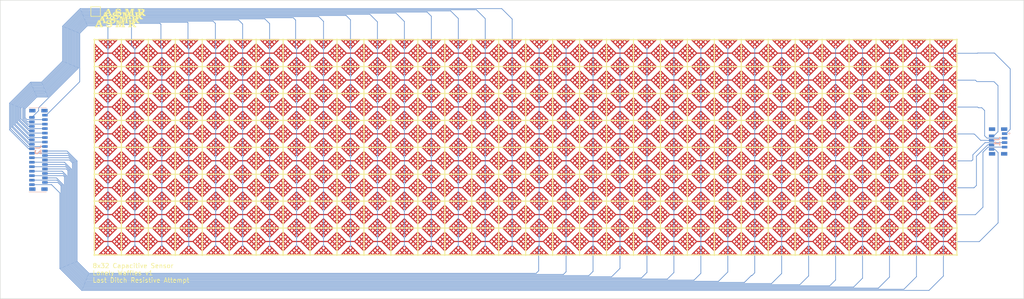
<source format=kicad_pcb>
(kicad_pcb (version 20211014) (generator pcbnew)
  (layers (0 "F.Cu" signal) (31 "B.Cu" signal) (34 "B.Paste" user) (35 "F.Paste" user) (36 "B.SilkS" user "B.Silkscreen") (37 "F.SilkS" user "F.Silkscreen") (38 "B.Mask" user) (39 "F.Mask" user) (44 "Edge.Cuts" user))
  (net 0 "")
  (net 1 "Net-(J1-Pad1)")
  (net 2 "Net-(J1-Pad2)")
  (net 3 "Net-(J1-Pad3)")
  (net 4 "Net-(J1-Pad4)")
  (net 5 "Net-(J1-Pad5)")
  (net 6 "Net-(J1-Pad6)")
  (net 7 "Net-(J1-Pad7)")
  (net 8 "Net-(J1-Pad8)")
  (net 9 "Net-(J2-Pad1)")
  (net 10 "Net-(J2-Pad2)")
  (net 11 "Net-(J2-Pad3)")
  (net 12 "Net-(J2-Pad4)")
  (net 13 "Net-(J2-Pad5)")
  (net 14 "Net-(J2-Pad6)")
  (net 15 "Net-(J2-Pad7)")
  (net 16 "Net-(J2-Pad8)")
  (net 17 "Net-(J2-Pad9)")
  (net 18 "Net-(J2-Pad10)")
  (net 19 "Net-(J2-Pad11)")
  (net 20 "Net-(J2-Pad12)")
  (net 21 "Net-(J2-Pad13)")
  (net 22 "Net-(J2-Pad14)")
  (net 23 "Net-(J2-Pad15)")
  (net 24 "Net-(J2-Pad16)")
  (net 25 "Net-(J2-Pad17)")
  (net 26 "Net-(J2-Pad18)")
  (net 27 "Net-(J2-Pad19)")
  (net 28 "Net-(J2-Pad20)")
  (net 29 "Net-(J2-Pad21)")
  (net 30 "Net-(J2-Pad22)")
  (net 31 "Net-(J2-Pad23)")
  (net 32 "Net-(J2-Pad24)")
  (net 33 "Net-(J2-Pad25)")
  (net 34 "Net-(J2-Pad26)")
  (net 35 "Net-(J2-Pad27)")
  (net 36 "Net-(J2-Pad28)")
  (net 37 "Net-(J2-Pad29)")
  (net 38 "Net-(J2-Pad30)")
  (net 39 "Net-(J2-Pad31)")
  (net 40 "Net-(J2-Pad32)")
  (footprint "ASMR_footprints:SilkScreen_asmrrrrrrrrr" (layer "F.Cu") (at 68.4 51)
    (fp_text reference "G***" hide)
    (fp_text value "LOGO" hide)
  )
  (footprint "ASMR_footprints:captouch_8x32_diamond_loose" (layer "F.Cu") (at 63.025 55.675)
    (fp_text reference "U1" hide)
    (fp_text value "captouch_8x32_grid" hide)
  )
  (footprint "ASMR_footprints:Conn_FFC_1x32_0.5mm_Molex_5019513210" (layer "B.Cu") (at 50.675 80.375 -90)
    (fp_text reference "J2")
    (fp_text value "Conn_01x32_Male" hide)
  )
  (footprint "ASMR_footprints:Conn_FFC_1x8_0.5mm_Molex_5019510830" (layer "B.Cu") (at 264.325 78.5 -90)
    (fp_text reference "J1")
    (fp_text value "Conn_01x08_Male" hide)
  )
  (gr_rect (start 42.175 47) (end 270.05 113.55) (layer "Edge.Cuts") (width 0.1) (fill none))
  (gr_text "8x32 Capacitive Sensor\nLonely Waffles v1\nLast Ditch Resistive Attempt" (at 62.675 107.825) (layer "F.SilkS") (effects (font (size 1 1)) (justify left)))
  (via (at 255.075 58.825) (size 0.4) (drill 0.2) (layers "F.Cu" "B.Cu") (net 1))
  (segment (start 266.075 76.75) (end 267.025 75.8) (width 0.127) (layer "B.Cu") (net 1))
  (segment (start 267.025 62.3) (end 263.5 58.775) (width 0.127) (layer "B.Cu") (net 1))
  (segment (start 259.775 58.775) (end 263.5 58.775) (width 0.127) (layer "B.Cu") (net 1))
  (segment (start 265.775 76.75) (end 266.075 76.75) (width 0.127) (layer "B.Cu") (net 1))
  (segment (start 259.725 58.825) (end 259.775 58.775) (width 0.127) (layer "B.Cu") (net 1))
  (segment (start 255.075 58.825) (end 259.725 58.825) (width 0.127) (layer "B.Cu") (net 1))
  (segment (start 267.025 75.8) (end 267.025 62.3) (width 0.127) (layer "B.Cu") (net 1))
  (via (at 255.075 64.825) (size 0.4) (drill 0.2) (layers "F.Cu" "B.Cu") (net 2))
  (segment (start 262.875 77.25) (end 263.375 77.25) (width 0.127) (layer "B.Cu") (net 2))
  (segment (start 259.275 64.825) (end 259.6 65.15) (width 0.127) (layer "B.Cu") (net 2))
  (segment (start 264.3 76.325) (end 264.3 66.05) (width 0.127) (layer "B.Cu") (net 2))
  (segment (start 255.075 64.825) (end 259.275 64.825) (width 0.127) (layer "B.Cu") (net 2))
  (segment (start 263.4 65.15) (end 259.6 65.15) (width 0.127) (layer "B.Cu") (net 2))
  (segment (start 263.375 77.25) (end 264.3 76.325) (width 0.127) (layer "B.Cu") (net 2))
  (segment (start 264.3 66.05) (end 263.4 65.15) (width 0.127) (layer "B.Cu") (net 2))
  (via (at 255.075 70.825) (size 0.4) (drill 0.2) (layers "F.Cu" "B.Cu") (net 3))
  (segment (start 265.775 77.75) (end 261.85 77.75) (width 0.127) (layer "B.Cu") (net 3))
  (segment (start 255.075 70.825) (end 259.8 70.825) (width 0.127) (layer "B.Cu") (net 3))
  (segment (start 261.325 71.6) (end 260.7 70.975) (width 0.127) (layer "B.Cu") (net 3))
  (segment (start 261.85 77.75) (end 261.325 77.225) (width 0.127) (layer "B.Cu") (net 3))
  (segment (start 259.8 70.825) (end 259.95 70.975) (width 0.127) (layer "B.Cu") (net 3))
  (segment (start 261.325 77.225) (end 261.325 71.6) (width 0.127) (layer "B.Cu") (net 3))
  (segment (start 260.7 70.975) (end 259.95 70.975) (width 0.127) (layer "B.Cu") (net 3))
  (via (at 255.075 76.825) (size 0.4) (drill 0.2) (layers "F.Cu" "B.Cu") (net 4))
  (segment (start 258.875 76.825) (end 258.9 76.85) (width 0.127) (layer "B.Cu") (net 4))
  (segment (start 262.875 78.25) (end 260.45 78.25) (width 0.127) (layer "B.Cu") (net 4))
  (segment (start 260.45 78.25) (end 259.05 76.85) (width 0.127) (layer "B.Cu") (net 4))
  (segment (start 255.075 76.825) (end 258.875 76.825) (width 0.127) (layer "B.Cu") (net 4))
  (segment (start 259.05 76.85) (end 258.9 76.85) (width 0.127) (layer "B.Cu") (net 4))
  (via (at 255.075 82.825) (size 0.4) (drill 0.2) (layers "F.Cu" "B.Cu") (net 5))
  (segment (start 258.45 82.825) (end 258.7 82.575) (width 0.127) (layer "B.Cu") (net 5))
  (segment (start 258.7 81.475) (end 261.425 78.75) (width 0.127) (layer "B.Cu") (net 5))
  (segment (start 255.075 82.825) (end 258.45 82.825) (width 0.127) (layer "B.Cu") (net 5))
  (segment (start 258.7 82.575) (end 258.7 81.475) (width 0.127) (layer "B.Cu") (net 5))
  (segment (start 261.425 78.75) (end 265.775 78.75) (width 0.127) (layer "B.Cu") (net 5))
  (via (at 255.075 88.825) (size 0.4) (drill 0.2) (layers "F.Cu" "B.Cu") (net 6))
  (segment (start 262.025 79.25) (end 262.875 79.25) (width 0.127) (layer "B.Cu") (net 6))
  (segment (start 259.5 81.775) (end 262.025 79.25) (width 0.127) (layer "B.Cu") (net 6))
  (segment (start 259.5 88.3) (end 259.5 81.775) (width 0.127) (layer "B.Cu") (net 6))
  (segment (start 255.075 88.825) (end 258.975 88.825) (width 0.127) (layer "B.Cu") (net 6))
  (segment (start 258.975 88.825) (end 259.5 88.3) (width 0.127) (layer "B.Cu") (net 6))
  (via (at 255.075 94.825) (size 0.4) (drill 0.2) (layers "F.Cu" "B.Cu") (net 7))
  (segment (start 255.075 94.825) (end 259.275 94.825) (width 0.127) (layer "B.Cu") (net 7))
  (segment (start 260.95 80.894) (end 262.094 79.75) (width 0.127) (layer "B.Cu") (net 7))
  (segment (start 260.95 93.15) (end 260.95 80.894) (width 0.127) (layer "B.Cu") (net 7))
  (segment (start 259.275 94.825) (end 260.95 93.15) (width 0.127) (layer "B.Cu") (net 7))
  (segment (start 262.094 79.75) (end 265.775 79.75) (width 0.127) (layer "B.Cu") (net 7))
  (via (at 255.075 100.825) (size 0.4) (drill 0.2) (layers "F.Cu" "B.Cu") (net 8))
  (segment (start 260.15 100.825) (end 264.325 96.65) (width 0.127) (layer "B.Cu") (net 8))
  (segment (start 264.325 80.973) (end 263.602 80.25) (width 0.127) (layer "B.Cu") (net 8))
  (segment (start 264.325 96.65) (end 264.325 80.973) (width 0.127) (layer "B.Cu") (net 8))
  (segment (start 263.602 80.25) (end 262.875 80.25) (width 0.127) (layer "B.Cu") (net 8))
  (segment (start 255.075 100.825) (end 260.15 100.825) (width 0.127) (layer "B.Cu") (net 8))
  (via (at 66.15 101.775) (size 0.4) (drill 0.2) (layers "F.Cu" "B.Cu") (net 9))
  (via (at 66.15 93.825) (size 0.4) (drill 0.2) (layers "F.Cu" "B.Cu") (net 9))
  (via (at 66.15 87.825) (size 0.4) (drill 0.2) (layers "F.Cu" "B.Cu") (net 9))
  (via (at 66.15 63.825) (size 0.4) (drill 0.2) (layers "F.Cu" "B.Cu") (net 9))
  (via (at 66.15 57.825) (size 0.4) (drill 0.2) (layers "F.Cu" "B.Cu") (net 9))
  (via (at 66.15 75.825) (size 0.4) (drill 0.2) (layers "F.Cu" "B.Cu") (net 9))
  (via (at 66.15 69.825) (size 0.4) (drill 0.2) (layers "F.Cu" "B.Cu") (net 9))
  (via (at 66.15 81.825) (size 0.4) (drill 0.2) (layers "F.Cu" "B.Cu") (net 9))
  (via (at 66.15 99.825) (size 0.4) (drill 0.2) (layers "F.Cu" "B.Cu") (net 9))
  (segment (start 59.875 65.175) (end 59.875 54.375) (width 0.127) (layer "B.Cu") (net 9))
  (segment (start 66.15 57.825) (end 66.15 101.775) (width 0.127) (layer "B.Cu") (net 9))
  (segment (start 59.875 54.375) (end 61.55 52.7) (width 0.127) (layer "B.Cu") (net 9))
  (segment (start 66.15 57.825) (end 66.15 52.875) (width 0.127) (layer "B.Cu") (net 9))
  (segment (start 52.425 72.625) (end 59.875 65.175) (width 0.127) (layer "B.Cu") (net 9))
  (segment (start 61.55 52.7) (end 65.975 52.7) (width 0.127) (layer "B.Cu") (net 9))
  (segment (start 66.15 52.875) (end 65.975 52.7) (width 0.127) (layer "B.Cu") (net 9))
  (segment (start 52.125 72.625) (end 52.425 72.625) (width 0.127) (layer "B.Cu") (net 9))
  (via (at 72.15 75.825) (size 0.4) (drill 0.2) (layers "F.Cu" "B.Cu") (net 10))
  (via (at 72.15 63.825) (size 0.4) (drill 0.2) (layers "F.Cu" "B.Cu") (net 10))
  (via (at 72.15 81.825) (size 0.4) (drill 0.2) (layers "F.Cu" "B.Cu") (net 10))
  (via (at 72.15 93.825) (size 0.4) (drill 0.2) (layers "F.Cu" "B.Cu") (net 10))
  (via (at 72.15 87.825) (size 0.4) (drill 0.2) (layers "F.Cu" "B.Cu") (net 10))
  (via (at 72.15 57.825) (size 0.4) (drill 0.2) (layers "F.Cu" "B.Cu") (net 10))
  (via (at 72.15 69.825) (size 0.4) (drill 0.2) (layers "F.Cu" "B.Cu") (net 10))
  (via (at 72.15 101.775) (size 0.4) (drill 0.2) (layers "F.Cu" "B.Cu") (net 10))
  (via (at 72.15 99.825) (size 0.4) (drill 0.2) (layers "F.Cu" "B.Cu") (net 10))
  (segment (start 71.4 57.075) (end 72.15 57.825) (width 0.127) (layer "B.Cu") (net 10))
  (segment (start 50.725 70.975) (end 59.621 62.079) (width 0.127) (layer "B.Cu") (net 10))
  (segment (start 50.725 71.625) (end 50.725 70.975) (width 0.127) (layer "B.Cu") (net 10))
  (segment (start 59.621 54.26979) (end 61.46579 52.425) (width 0.127) (layer "B.Cu") (net 10))
  (segment (start 49.225 73.125) (end 50.725 71.625) (width 0.127) (layer "B.Cu") (net 10))
  (segment (start 61.46579 52.425) (end 71.4 52.425) (width 0.127) (layer "B.Cu") (net 10))
  (segment (start 72.15 57.825) (end 72.15 101.775) (width 0.127) (layer "B.Cu") (net 10))
  (segment (start 59.621 62.079) (end 59.621 54.26979) (width 0.127) (layer "B.Cu") (net 10))
  (segment (start 71.4 52.425) (end 71.4 57.075) (width 0.127) (layer "B.Cu") (net 10))
  (via (at 78.15 69.825) (size 0.4) (drill 0.2) (layers "F.Cu" "B.Cu") (net 11))
  (via (at 78.15 93.825) (size 0.4) (drill 0.2) (layers "F.Cu" "B.Cu") (net 11))
  (via (at 78.15 57.825) (size 0.4) (drill 0.2) (layers "F.Cu" "B.Cu") (net 11))
  (via (at 78.15 101.775) (size 0.4) (drill 0.2) (layers "F.Cu" "B.Cu") (net 11))
  (via (at 78.15 99.825) (size 0.4) (drill 0.2) (layers "F.Cu" "B.Cu") (net 11))
  (via (at 78.15 63.825) (size 0.4) (drill 0.2) (layers "F.Cu" "B.Cu") (net 11))
  (via (at 78.15 87.825) (size 0.4) (drill 0.2) (layers "F.Cu" "B.Cu") (net 11))
  (via (at 78.15 75.825) (size 0.4) (drill 0.2) (layers "F.Cu" "B.Cu") (net 11))
  (via (at 78.15 81.825) (size 0.4) (drill 0.2) (layers "F.Cu" "B.Cu") (net 11))
  (segment (start 52.76579 68.575) (end 59.367 61.97379) (width 0.127) (layer "B.Cu") (net 11))
  (segment (start 78.15 57.825) (end 78.15 101.775) (width 0.127) (layer "B.Cu") (net 11))
  (segment (start 59.367 61.97379) (end 59.367 54.16458) (width 0.127) (layer "B.Cu") (net 11))
  (segment (start 48.1 73.625) (end 47.7 73.225) (width 0.127) (layer "B.Cu") (net 11))
  (segment (start 77.95 52.375) (end 77.95 57.625) (width 0.127) (layer "B.Cu") (net 11))
  (segment (start 77.746 52.171) (end 77.95 52.375) (width 0.127) (layer "B.Cu") (net 11))
  (segment (start 59.367 54.16458) (end 61.36058 52.171) (width 0.127) (layer "B.Cu") (net 11))
  (segment (start 52.125 73.625) (end 48.1 73.625) (width 0.127) (layer "B.Cu") (net 11))
  (segment (start 50.325 68.575) (end 52.76579 68.575) (width 0.127) (layer "B.Cu") (net 11))
  (segment (start 77.95 57.625) (end 78.15 57.825) (width 0.127) (layer "B.Cu") (net 11))
  (segment (start 47.7 73.225) (end 47.7 71.2) (width 0.127) (layer "B.Cu") (net 11))
  (segment (start 47.7 71.2) (end 50.325 68.575) (width 0.127) (layer "B.Cu") (net 11))
  (segment (start 61.36058 52.171) (end 77.746 52.171) (width 0.127) (layer "B.Cu") (net 11))
  (via (at 84.15 101.775) (size 0.4) (drill 0.2) (layers "F.Cu" "B.Cu") (net 12))
  (via (at 84.15 99.825) (size 0.4) (drill 0.2) (layers "F.Cu" "B.Cu") (net 12))
  (via (at 84.15 75.825) (size 0.4) (drill 0.2) (layers "F.Cu" "B.Cu") (net 12))
  (via (at 84.15 57.825) (size 0.4) (drill 0.2) (layers "F.Cu" "B.Cu") (net 12))
  (via (at 84.15 87.825) (size 0.4) (drill 0.2) (layers "F.Cu" "B.Cu") (net 12))
  (via (at 84.15 69.825) (size 0.4) (drill 0.2) (layers "F.Cu" "B.Cu") (net 12))
  (via (at 84.15 63.825) (size 0.4) (drill 0.2) (layers "F.Cu" "B.Cu") (net 12))
  (via (at 84.15 81.825) (size 0.4) (drill 0.2) (layers "F.Cu" "B.Cu") (net 12))
  (via (at 84.15 93.825) (size 0.4) (drill 0.2) (layers "F.Cu" "B.Cu") (net 12))
  (segment (start 52.66058 68.321) (end 59.113 61.86858) (width 0.127) (layer "B.Cu") (net 12))
  (segment (start 84.15 57.825) (end 84.15 101.775) (width 0.127) (layer "B.Cu") (net 12))
  (segment (start 59.113 54.05937) (end 61.25537 51.917) (width 0.127) (layer "B.Cu") (net 12))
  (segment (start 61.25537 51.917) (end 83.892 51.917) (width 0.127) (layer "B.Cu") (net 12))
  (segment (start 59.113 61.86858) (end 59.113 54.05937) (width 0.127) (layer "B.Cu") (net 12))
  (segment (start 83.975 57.65) (end 84.15 57.825) (width 0.127) (layer "B.Cu") (net 12))
  (segment (start 48.2 74.125) (end 47.446 73.371) (width 0.127) (layer "B.Cu") (net 12))
  (segment (start 83.892 51.917) (end 83.975 52) (width 0.127) (layer "B.Cu") (net 12))
  (segment (start 83.975 52) (end 83.975 57.65) (width 0.127) (layer "B.Cu") (net 12))
  (segment (start 50.21979 68.321) (end 52.66058 68.321) (width 0.127) (layer "B.Cu") (net 12))
  (segment (start 47.446 73.371) (end 47.446 71.09479) (width 0.127) (layer "B.Cu") (net 12))
  (segment (start 47.446 71.09479) (end 50.21979 68.321) (width 0.127) (layer "B.Cu") (net 12))
  (segment (start 49.225 74.125) (end 48.2 74.125) (width 0.127) (layer "B.Cu") (net 12))
  (via (at 90.15 99.825) (size 0.4) (drill 0.2) (layers "F.Cu" "B.Cu") (net 13))
  (via (at 90.15 87.825) (size 0.4) (drill 0.2) (layers "F.Cu" "B.Cu") (net 13))
  (via (at 90.15 63.825) (size 0.4) (drill 0.2) (layers "F.Cu" "B.Cu") (net 13))
  (via (at 90.15 69.825) (size 0.4) (drill 0.2) (layers "F.Cu" "B.Cu") (net 13))
  (via (at 90.15 57.825) (size 0.4) (drill 0.2) (layers "F.Cu" "B.Cu") (net 13))
  (via (at 90.15 101.775) (size 0.4) (drill 0.2) (layers "F.Cu" "B.Cu") (net 13))
  (via (at 90.15 81.825) (size 0.4) (drill 0.2) (layers "F.Cu" "B.Cu") (net 13))
  (via (at 90.15 75.825) (size 0.4) (drill 0.2) (layers "F.Cu" "B.Cu") (net 13))
  (via (at 90.15 93.825) (size 0.4) (drill 0.2) (layers "F.Cu" "B.Cu") (net 13))
  (segment (start 90.075 52.175) (end 90.075 57.75) (width 0.127) (layer "B.Cu") (net 13))
  (segment (start 47.192 70.98958) (end 50.11458 68.067) (width 0.127) (layer "B.Cu") (net 13))
  (segment (start 52.55537 68.067) (end 58.859 61.76337) (width 0.127) (layer "B.Cu") (net 13))
  (segment (start 48.3 74.625) (end 47.192 73.517) (width 0.127) (layer "B.Cu") (net 13))
  (segment (start 61.15016 51.663) (end 89.563 51.663) (width 0.127) (layer "B.Cu") (net 13))
  (segment (start 58.859 61.76337) (end 58.859 53.95416) (width 0.127) (layer "B.Cu") (net 13))
  (segment (start 52.125 74.625) (end 48.3 74.625) (width 0.127) (layer "B.Cu") (net 13))
  (segment (start 89.563 51.663) (end 90.075 52.175) (width 0.127) (layer "B.Cu") (net 13))
  (segment (start 58.859 53.95416) (end 61.15016 51.663) (width 0.127) (layer "B.Cu") (net 13))
  (segment (start 47.192 73.517) (end 47.192 70.98958) (width 0.127) (layer "B.Cu") (net 13))
  (segment (start 50.11458 68.067) (end 52.55537 68.067) (width 0.127) (layer "B.Cu") (net 13))
  (segment (start 90.15 57.825) (end 90.15 101.775) (width 0.127) (layer "B.Cu") (net 13))
  (segment (start 90.075 57.75) (end 90.15 57.825) (width 0.127) (layer "B.Cu") (net 13))
  (via (at 96.15 57.825) (size 0.4) (drill 0.2) (layers "F.Cu" "B.Cu") (net 14))
  (via (at 96.15 75.825) (size 0.4) (drill 0.2) (layers "F.Cu" "B.Cu") (net 14))
  (via (at 96.15 87.825) (size 0.4) (drill 0.2) (layers "F.Cu" "B.Cu") (net 14))
  (via (at 96.15 99.825) (size 0.4) (drill 0.2) (layers "F.Cu" "B.Cu") (net 14))
  (via (at 96.15 63.825) (size 0.4) (drill 0.2) (layers "F.Cu" "B.Cu") (net 14))
  (via (at 96.15 81.825) (size 0.4) (drill 0.2) (layers "F.Cu" "B.Cu") (net 14))
  (via (at 96.15 101.775) (size 0.4) (drill 0.2) (layers "F.Cu" "B.Cu") (net 14))
  (via (at 96.15 69.825) (size 0.4) (drill 0.2) (layers "F.Cu" "B.Cu") (net 14))
  (via (at 96.15 93.825) (size 0.4) (drill 0.2) (layers "F.Cu" "B.Cu") (net 14))
  (segment (start 61.04495 51.409) (end 58.605 53.84895) (width 0.127) (layer "B.Cu") (net 14))
  (segment (start 95.234 51.409) (end 61.04495 51.409) (width 0.127) (layer "B.Cu") (net 14))
  (segment (start 96.15 57.825) (end 96.15 52.325) (width 0.127) (layer "B.Cu") (net 14))
  (segment (start 46.8 73.48421) (end 48.44079 75.125) (width 0.127) (layer "B.Cu") (net 14))
  (segment (start 48.44079 75.125) (end 49.225 75.125) (width 0.127) (layer "B.Cu") (net 14))
  (segment (start 50.00937 67.813) (end 46.8 71.02237) (width 0.127) (layer "B.Cu") (net 14))
  (segment (start 46.8 71.02237) (end 46.8 73.48421) (width 0.127) (layer "B.Cu") (net 14))
  (segment (start 96.15 52.325) (end 95.234 51.409) (width 0.127) (layer "B.Cu") (net 14))
  (segment (start 58.605 61.65816) (end 52.45016 67.813) (width 0.127) (layer "B.Cu") (net 14))
  (segment (start 52.45016 67.813) (end 50.00937 67.813) (width 0.127) (layer "B.Cu") (net 14))
  (segment (start 58.605 53.84895) (end 58.605 61.65816) (width 0.127) (layer "B.Cu") (net 14))
  (segment (start 96.15 57.825) (end 96.15 101.775) (width 0.127) (layer "B.Cu") (net 14))
  (via (at 102.15 101.775) (size 0.4) (drill 0.2) (layers "F.Cu" "B.Cu") (net 15))
  (via (at 102.15 93.825) (size 0.4) (drill 0.2) (layers "F.Cu" "B.Cu") (net 15))
  (via (at 102.15 63.825) (size 0.4) (drill 0.2) (layers "F.Cu" "B.Cu") (net 15))
  (via (at 102.15 81.825) (size 0.4) (drill 0.2) (layers "F.Cu" "B.Cu") (net 15))
  (via (at 102.15 69.825) (size 0.4) (drill 0.2) (layers "F.Cu" "B.Cu") (net 15))
  (via (at 102.15 75.825) (size 0.4) (drill 0.2) (layers "F.Cu" "B.Cu") (net 15))
  (via (at 102.15 87.825) (size 0.4) (drill 0.2) (layers "F.Cu" "B.Cu") (net 15))
  (via (at 102.15 57.825) (size 0.4) (drill 0.2) (layers "F.Cu" "B.Cu") (net 15))
  (via (at 102.15 99.825) (size 0.4) (drill 0.2) (layers "F.Cu" "B.Cu") (net 15))
  (segment (start 102.15 52.225) (end 102.15 57.825) (width 0.127) (layer "B.Cu") (net 15))
  (segment (start 101.08 51.155) (end 102.15 52.225) (width 0.127) (layer "B.Cu") (net 15))
  (segment (start 58.351 61.55295) (end 58.351 53.74374) (width 0.127) (layer "B.Cu") (net 15))
  (segment (start 46.546 70.91716) (end 49.90416 67.559) (width 0.127) (layer "B.Cu") (net 15))
  (segment (start 52.125 75.625) (end 48.444 75.625) (width 0.127) (layer "B.Cu") (net 15))
  (segment (start 52.34495 67.559) (end 58.351 61.55295) (width 0.127) (layer "B.Cu") (net 15))
  (segment (start 60.93974 51.155) (end 101.08 51.155) (width 0.127) (layer "B.Cu") (net 15))
  (segment (start 46.546 73.727) (end 46.546 70.91716) (width 0.127) (layer "B.Cu") (net 15))
  (segment (start 49.90416 67.559) (end 52.34495 67.559) (width 0.127) (layer "B.Cu") (net 15))
  (segment (start 102.15 57.825) (end 102.15 101.775) (width 0.127) (layer "B.Cu") (net 15))
  (segment (start 48.444 75.625) (end 46.546 73.727) (width 0.127) (layer "B.Cu") (net 15))
  (segment (start 58.351 53.74374) (end 60.93974 51.155) (width 0.127) (layer "B.Cu") (net 15))
  (via (at 108.15 93.825) (size 0.4) (drill 0.2) (layers "F.Cu" "B.Cu") (net 16))
  (via (at 108.15 57.825) (size 0.4) (drill 0.2) (layers "F.Cu" "B.Cu") (net 16))
  (via (at 108.15 99.825) (size 0.4) (drill 0.2) (layers "F.Cu" "B.Cu") (net 16))
  (via (at 108.15 75.825) (size 0.4) (drill 0.2) (layers "F.Cu" "B.Cu") (net 16))
  (via (at 108.15 87.825) (size 0.4) (drill 0.2) (layers "F.Cu" "B.Cu") (net 16))
  (via (at 108.15 63.825) (size 0.4) (drill 0.2) (layers "F.Cu" "B.Cu") (net 16))
  (via (at 108.15 81.825) (size 0.4) (drill 0.2) (layers "F.Cu" "B.Cu") (net 16))
  (via (at 108.15 101.775) (size 0.4) (drill 0.2) (layers "F.Cu" "B.Cu") (net 16))
  (via (at 108.15 69.825) (size 0.4) (drill 0.2) (layers "F.Cu" "B.Cu") (net 16))
  (segment (start 107.401 50.901) (end 107.9375 51.4375) (width 0.127) (layer "B.Cu") (net 16))
  (segment (start 52.23974 67.305) (end 58.097 61.44774) (width 0.127) (layer "B.Cu") (net 16))
  (segment (start 49.225 76.125) (end 48.58479 76.125) (width 0.127) (layer "B.Cu") (net 16))
  (segment (start 107.9375 51.4375) (end 107.9375 57.6125) (width 0.127) (layer "B.Cu") (net 16))
  (segment (start 48.58479 76.125) (end 46.292 73.83221) (width 0.127) (layer "B.Cu") (net 16))
  (segment (start 107.9375 57.6125) (end 108.15 57.825) (width 0.127) (layer "B.Cu") (net 16))
  (segment (start 108.15 57.825) (end 108.15 101.775) (width 0.127) (layer "B.Cu") (net 16))
  (segment (start 46.292 70.81195) (end 49.79895 67.305) (width 0.127) (layer "B.Cu") (net 16))
  (segment (start 60.83453 50.901) (end 107.401 50.901) (width 0.127) (layer "B.Cu") (net 16))
  (segment (start 58.097 53.63853) (end 60.83453 50.901) (width 0.127) (layer "B.Cu") (net 16))
  (segment (start 58.097 61.44774) (end 58.097 53.63853) (width 0.127) (layer "B.Cu") (net 16))
  (segment (start 49.79895 67.305) (end 52.23974 67.305) (width 0.127) (layer "B.Cu") (net 16))
  (segment (start 46.292 73.83221) (end 46.292 70.81195) (width 0.127) (layer "B.Cu") (net 16))
  (via (at 114.15 75.825) (size 0.4) (drill 0.2) (layers "F.Cu" "B.Cu") (net 17))
  (via (at 114.15 69.825) (size 0.4) (drill 0.2) (layers "F.Cu" "B.Cu") (net 17))
  (via (at 114.15 63.825) (size 0.4) (drill 0.2) (layers "F.Cu" "B.Cu") (net 17))
  (via (at 114.15 87.825) (size 0.4) (drill 0.2) (layers "F.Cu" "B.Cu") (net 17))
  (via (at 114.15 99.825) (size 0.4) (drill 0.2) (layers "F.Cu" "B.Cu") (net 17))
  (via (at 114.15 57.825) (size 0.4) (drill 0.2) (layers "F.Cu" "B.Cu") (net 17))
  (via (at 114.15 81.825) (size 0.4) (drill 0.2) (layers "F.Cu" "B.Cu") (net 17))
  (via (at 114.15 101.775) (size 0.4) (drill 0.2) (layers "F.Cu" "B.Cu") (net 17))
  (via (at 114.15 93.825) (size 0.4) (drill 0.2) (layers "F.Cu" "B.Cu") (net 17))
  (segment (start 49.69374 67.051) (end 52.13453 67.051) (width 0.127) (layer "B.Cu") (net 17))
  (segment (start 52.125 76.625) (end 48.444 76.625) (width 0.127) (layer "B.Cu") (net 17))
  (segment (start 60.72932 50.647) (end 113.072 50.647) (width 0.127) (layer "B.Cu") (net 17))
  (segment (start 52.13453 67.051) (end 57.843 61.34253) (width 0.127) (layer "B.Cu") (net 17))
  (segment (start 113.072 50.647) (end 114.15 51.725) (width 0.127) (layer "B.Cu") (net 17))
  (segment (start 46.038 70.70674) (end 49.69374 67.051) (width 0.127) (layer "B.Cu") (net 17))
  (segment (start 114.15 51.725) (end 114.15 57.825) (width 0.127) (layer "B.Cu") (net 17))
  (segment (start 57.843 53.53332) (end 60.72932 50.647) (width 0.127) (layer "B.Cu") (net 17))
  (segment (start 46.038 74.219) (end 46.038 70.70674) (width 0.127) (layer "B.Cu") (net 17))
  (segment (start 48.444 76.625) (end 46.038 74.219) (width 0.127) (layer "B.Cu") (net 17))
  (segment (start 114.15 57.825) (end 114.15 101.775) (width 0.127) (layer "B.Cu") (net 17))
  (segment (start 57.843 61.34253) (end 57.843 53.53332) (width 0.127) (layer "B.Cu") (net 17))
  (via (at 120.15 101.775) (size 0.4) (drill 0.2) (layers "F.Cu" "B.Cu") (net 18))
  (via (at 120.15 69.825) (size 0.4) (drill 0.2) (layers "F.Cu" "B.Cu") (net 18))
  (via (at 120.15 87.825) (size 0.4) (drill 0.2) (layers "F.Cu" "B.Cu") (net 18))
  (via (at 120.15 57.825) (size 0.4) (drill 0.2) (layers "F.Cu" "B.Cu") (net 18))
  (via (at 120.15 93.825) (size 0.4) (drill 0.2) (layers "F.Cu" "B.Cu") (net 18))
  (via (at 120.15 75.825) (size 0.4) (drill 0.2) (layers "F.Cu" "B.Cu") (net 18))
  (via (at 120.15 99.825) (size 0.4) (drill 0.2) (layers "F.Cu" "B.Cu") (net 18))
  (via (at 120.15 63.825) (size 0.4) (drill 0.2) (layers "F.Cu" "B.Cu") (net 18))
  (via (at 120.15 81.825) (size 0.4) (drill 0.2) (layers "F.Cu" "B.Cu") (net 18))
  (segment (start 49.58853 66.797) (end 45.784 70.60153) (width 0.127) (layer "B.Cu") (net 18))
  (segment (start 52.02932 66.797) (end 49.58853 66.797) (width 0.127) (layer "B.Cu") (net 18))
  (segment (start 120.15 57.825) (end 120.15 51.375) (width 0.127) (layer "B.Cu") (net 18))
  (segment (start 57.589 61.23732) (end 52.02932 66.797) (width 0.127) (layer "B.Cu") (net 18))
  (segment (start 120.15 51.375) (end 119.168 50.393) (width 0.127) (layer "B.Cu") (net 18))
  (segment (start 45.784 74.32421) (end 48.58479 77.125) (width 0.127) (layer "B.Cu") (net 18))
  (segment (start 120.15 57.825) (end 120.15 101.775) (width 0.127) (layer "B.Cu") (net 18))
  (segment (start 45.784 70.60153) (end 45.784 74.32421) (width 0.127) (layer "B.Cu") (net 18))
  (segment (start 60.62411 50.393) (end 57.589 53.42811) (width 0.127) (layer "B.Cu") (net 18))
  (segment (start 57.589 53.42811) (end 57.589 61.23732) (width 0.127) (layer "B.Cu") (net 18))
  (segment (start 119.168 50.393) (end 60.62411 50.393) (width 0.127) (layer "B.Cu") (net 18))
  (segment (start 48.58479 77.125) (end 49.225 77.125) (width 0.127) (layer "B.Cu") (net 18))
  (via (at 126.15 87.825) (size 0.4) (drill 0.2) (layers "F.Cu" "B.Cu") (net 19))
  (via (at 126.15 93.825) (size 0.4) (drill 0.2) (layers "F.Cu" "B.Cu") (net 19))
  (via (at 126.15 99.825) (size 0.4) (drill 0.2) (layers "F.Cu" "B.Cu") (net 19))
  (via (at 126.15 75.825) (size 0.4) (drill 0.2) (layers "F.Cu" "B.Cu") (net 19))
  (via (at 126.15 101.775) (size 0.4) (drill 0.2) (layers "F.Cu" "B.Cu") (net 19))
  (via (at 126.15 69.825) (size 0.4) (drill 0.2) (layers "F.Cu" "B.Cu") (net 19))
  (via (at 126.15 63.825) (size 0.4) (drill 0.2) (layers "F.Cu" "B.Cu") (net 19))
  (via (at 126.15 57.825) (size 0.4) (drill 0.2) (layers "F.Cu" "B.Cu") (net 19))
  (via (at 126.15 81.825) (size 0.4) (drill 0.2) (layers "F.Cu" "B.Cu") (net 19))
  (segment (start 126.15 57.825) (end 126.15 51.825) (width 0.127) (layer "B.Cu") (net 19))
  (segment (start 49.48332 66.543) (end 45.53 70.49632) (width 0.127) (layer "B.Cu") (net 19))
  (segment (start 57.335 61.13211) (end 51.92411 66.543) (width 0.127) (layer "B.Cu") (net 19))
  (segment (start 124.464 50.139) (end 60.5189 50.139) (width 0.127) (layer "B.Cu") (net 19))
  (segment (start 60.5189 50.139) (end 57.335 53.3229) (width 0.127) (layer "B.Cu") (net 19))
  (segment (start 45.53 70.49632) (end 45.53 74.711) (width 0.127) (layer "B.Cu") (net 19))
  (segment (start 126.15 57.825) (end 126.15 101.775) (width 0.127) (layer "B.Cu") (net 19))
  (segment (start 51.92411 66.543) (end 49.48332 66.543) (width 0.127) (layer "B.Cu") (net 19))
  (segment (start 57.335 53.3229) (end 57.335 61.13211) (width 0.127) (layer "B.Cu") (net 19))
  (segment (start 48.444 77.625) (end 52.125 77.625) (width 0.127) (layer "B.Cu") (net 19))
  (segment (start 126.15 51.825) (end 124.464 50.139) (width 0.127) (layer "B.Cu") (net 19))
  (segment (start 45.53 74.711) (end 48.444 77.625) (width 0.127) (layer "B.Cu") (net 19))
  (via (at 132.15 63.825) (size 0.4) (drill 0.2) (layers "F.Cu" "B.Cu") (net 20))
  (via (at 132.15 101.775) (size 0.4) (drill 0.2) (layers "F.Cu" "B.Cu") (net 20))
  (via (at 132.15 93.825) (size 0.4) (drill 0.2) (layers "F.Cu" "B.Cu") (net 20))
  (via (at 132.15 99.825) (size 0.4) (drill 0.2) (layers "F.Cu" "B.Cu") (net 20))
  (via (at 132.15 57.825) (size 0.4) (drill 0.2) (layers "F.Cu" "B.Cu") (net 20))
  (via (at 132.15 75.825) (size 0.4) (drill 0.2) (layers "F.Cu" "B.Cu") (net 20))
  (via (at 132.15 81.825) (size 0.4) (drill 0.2) (layers "F.Cu" "B.Cu") (net 20))
  (via (at 132.15 69.825) (size 0.4) (drill 0.2) (layers "F.Cu" "B.Cu") (net 20))
  (via (at 132.15 87.825) (size 0.4) (drill 0.2) (layers "F.Cu" "B.Cu") (net 20))
  (segment (start 132.15 57.825) (end 132.15 101.775) (width 0.127) (layer "B.Cu") (net 20))
  (segment (start 45.276 70.39111) (end 45.276 74.81621) (width 0.127) (layer "B.Cu") (net 20))
  (segment (start 57.081 53.21769) (end 57.081 61.0269) (width 0.127) (layer "B.Cu") (net 20))
  (segment (start 49.37811 66.289) (end 45.276 70.39111) (width 0.127) (layer "B.Cu") (net 20))
  (segment (start 51.8189 66.289) (end 49.37811 66.289) (width 0.127) (layer "B.Cu") (net 20))
  (segment (start 60.41369 49.885) (end 57.081 53.21769) (width 0.127) (layer "B.Cu") (net 20))
  (segment (start 57.081 61.0269) (end 51.8189 66.289) (width 0.127) (layer "B.Cu") (net 20))
  (segment (start 45.276 74.81621) (end 48.58479 78.125) (width 0.127) (layer "B.Cu") (net 20))
  (segment (start 132.15 57.825) (end 132.15 51.75) (width 0.127) (layer "B.Cu") (net 20))
  (segment (start 48.58479 78.125) (end 49.225 78.125) (width 0.127) (layer "B.Cu") (net 20))
  (segment (start 132.15 51.75) (end 130.285 49.885) (width 0.127) (layer "B.Cu") (net 20))
  (segment (start 130.285 49.885) (end 60.41369 49.885) (width 0.127) (layer "B.Cu") (net 20))
  (via (at 138.15 93.825) (size 0.4) (drill 0.2) (layers "F.Cu" "B.Cu") (net 21))
  (via (at 138.15 87.825) (size 0.4) (drill 0.2) (layers "F.Cu" "B.Cu") (net 21))
  (via (at 138.15 75.825) (size 0.4) (drill 0.2) (layers "F.Cu" "B.Cu") (net 21))
  (via (at 138.15 99.825) (size 0.4) (drill 0.2) (layers "F.Cu" "B.Cu") (net 21))
  (via (at 138.15 81.825) (size 0.4) (drill 0.2) (layers "F.Cu" "B.Cu") (net 21))
  (via (at 138.15 63.825) (size 0.4) (drill 0.2) (layers "F.Cu" "B.Cu") (net 21))
  (via (at 138.15 101.775) (size 0.4) (drill 0.2) (layers "F.Cu" "B.Cu") (net 21))
  (via (at 138.15 69.825) (size 0.4) (drill 0.2) (layers "F.Cu" "B.Cu") (net 21))
  (via (at 138.15 57.825) (size 0.4) (drill 0.2) (layers "F.Cu" "B.Cu") (net 21))
  (segment (start 56.827 53.11248) (end 56.827 60.92169) (width 0.127) (layer "B.Cu") (net 21))
  (segment (start 45.022 70.2859) (end 45.022 75.203) (width 0.127) (layer "B.Cu") (net 21))
  (segment (start 48.444 78.625) (end 52.125 78.625) (width 0.127) (layer "B.Cu") (net 21))
  (segment (start 138.15 57.825) (end 138.15 101.775) (width 0.127) (layer "B.Cu") (net 21))
  (segment (start 137.206 49.631) (end 60.30848 49.631) (width 0.127) (layer "B.Cu") (net 21))
  (segment (start 60.30848 49.631) (end 56.827 53.11248) (width 0.127) (layer "B.Cu") (net 21))
  (segment (start 45.022 75.203) (end 48.444 78.625) (width 0.127) (layer "B.Cu") (net 21))
  (segment (start 138.15 57.825) (end 138.15 50.575) (width 0.127) (layer "B.Cu") (net 21))
  (segment (start 138.15 50.575) (end 137.206 49.631) (width 0.127) (layer "B.Cu") (net 21))
  (segment (start 49.2729 66.035) (end 45.022 70.2859) (width 0.127) (layer "B.Cu") (net 21))
  (segment (start 51.71369 66.035) (end 49.2729 66.035) (width 0.127) (layer "B.Cu") (net 21))
  (segment (start 56.827 60.92169) (end 51.71369 66.035) (width 0.127) (layer "B.Cu") (net 21))
  (via (at 144.15 57.825) (size 0.4) (drill 0.2) (layers "F.Cu" "B.Cu") (net 22))
  (via (at 144.15 99.825) (size 0.4) (drill 0.2) (layers "F.Cu" "B.Cu") (net 22))
  (via (at 144.15 101.775) (size 0.4) (drill 0.2) (layers "F.Cu" "B.Cu") (net 22))
  (via (at 144.15 93.825) (size 0.4) (drill 0.2) (layers "F.Cu" "B.Cu") (net 22))
  (via (at 144.15 63.825) (size 0.4) (drill 0.2) (layers "F.Cu" "B.Cu") (net 22))
  (via (at 144.15 75.825) (size 0.4) (drill 0.2) (layers "F.Cu" "B.Cu") (net 22))
  (via (at 144.15 87.825) (size 0.4) (drill 0.2) (layers "F.Cu" "B.Cu") (net 22))
  (via (at 144.15 69.825) (size 0.4) (drill 0.2) (layers "F.Cu" "B.Cu") (net 22))
  (via (at 144.15 81.825) (size 0.4) (drill 0.2) (layers "F.Cu" "B.Cu") (net 22))
  (segment (start 44.768 75.30821) (end 48.58479 79.125) (width 0.127) (layer "B.Cu") (net 22))
  (segment (start 44.768 70.18069) (end 44.768 75.30821) (width 0.127) (layer "B.Cu") (net 22))
  (segment (start 48.58479 79.125) (end 49.225 79.125) (width 0.127) (layer "B.Cu") (net 22))
  (segment (start 60.20327 49.377) (end 56.573 53.00727) (width 0.127) (layer "B.Cu") (net 22))
  (segment (start 56.573 60.81648) (end 51.60848 65.781) (width 0.127) (layer "B.Cu") (net 22))
  (segment (start 56.573 53.00727) (end 56.573 60.81648) (width 0.127) (layer "B.Cu") (net 22))
  (segment (start 49.16769 65.781) (end 44.768 70.18069) (width 0.127) (layer "B.Cu") (net 22))
  (segment (start 142.452 49.377) (end 60.20327 49.377) (width 0.127) (layer "B.Cu") (net 22))
  (segment (start 144.15 57.825) (end 144.15 101.775) (width 0.127) (layer "B.Cu") (net 22))
  (segment (start 51.60848 65.781) (end 49.16769 65.781) (width 0.127) (layer "B.Cu") (net 22))
  (segment (start 144.15 51.075) (end 142.452 49.377) (width 0.127) (layer "B.Cu") (net 22))
  (segment (start 144.15 57.825) (end 144.15 51.075) (width 0.127) (layer "B.Cu") (net 22))
  (via (at 150.15 63.825) (size 0.4) (drill 0.2) (layers "F.Cu" "B.Cu") (net 23))
  (via (at 150.15 99.825) (size 0.4) (drill 0.2) (layers "F.Cu" "B.Cu") (net 23))
  (via (at 150.15 87.825) (size 0.4) (drill 0.2) (layers "F.Cu" "B.Cu") (net 23))
  (via (at 150.15 75.825) (size 0.4) (drill 0.2) (layers "F.Cu" "B.Cu") (net 23))
  (via (at 150.15 93.825) (size 0.4) (drill 0.2) (layers "F.Cu" "B.Cu") (net 23))
  (via (at 150.15 101.775) (size 0.4) (drill 0.2) (layers "F.Cu" "B.Cu") (net 23))
  (via (at 150.15 69.825) (size 0.4) (drill 0.2) (layers "F.Cu" "B.Cu") (net 23))
  (via (at 150.15 81.825) (size 0.4) (drill 0.2) (layers "F.Cu" "B.Cu") (net 23))
  (via (at 150.15 57.825) (size 0.4) (drill 0.2) (layers "F.Cu" "B.Cu") (net 23))
  (segment (start 49.06248 65.527) (end 44.514 70.07548) (width 0.127) (layer "B.Cu") (net 23))
  (segment (start 60.09806 49.123) (end 56.319 52.90206) (width 0.127) (layer "B.Cu") (net 23))
  (segment (start 150.15 57.825) (end 150.15 101.775) (width 0.127) (layer "B.Cu") (net 23))
  (segment (start 44.514 75.695) (end 48.444 79.625) (width 0.127) (layer "B.Cu") (net 23))
  (segment (start 150.15 51.1) (end 148.173 49.123) (width 0.127) (layer "B.Cu") (net 23))
  (segment (start 148.173 49.123) (end 60.09806 49.123) (width 0.127) (layer "B.Cu") (net 23))
  (segment (start 44.514 70.07548) (end 44.514 75.695) (width 0.127) (layer "B.Cu") (net 23))
  (segment (start 56.319 60.71127) (end 51.50327 65.527) (width 0.127) (layer "B.Cu") (net 23))
  (segment (start 48.444 79.625) (end 52.125 79.625) (width 0.127) (layer "B.Cu") (net 23))
  (segment (start 150.15 57.825) (end 150.15 51.1) (width 0.127) (layer "B.Cu") (net 23))
  (segment (start 51.50327 65.527) (end 49.06248 65.527) (width 0.127) (layer "B.Cu") (net 23))
  (segment (start 56.319 52.90206) (end 56.319 60.71127) (width 0.127) (layer "B.Cu") (net 23))
  (via (at 156.15 81.825) (size 0.4) (drill 0.2) (layers "F.Cu" "B.Cu") (net 24))
  (via (at 156.15 57.825) (size 0.4) (drill 0.2) (layers "F.Cu" "B.Cu") (net 24))
  (via (at 156.15 69.825) (size 0.4) (drill 0.2) (layers "F.Cu" "B.Cu") (net 24))
  (via (at 156.15 99.825) (size 0.4) (drill 0.2) (layers "F.Cu" "B.Cu") (net 24))
  (via (at 156.15 101.775) (size 0.4) (drill 0.2) (layers "F.Cu" "B.Cu") (net 24))
  (via (at 156.15 93.825) (size 0.4) (drill 0.2) (layers "F.Cu" "B.Cu") (net 24))
  (via (at 156.15 87.825) (size 0.4) (drill 0.2) (layers "F.Cu" "B.Cu") (net 24))
  (via (at 156.15 63.825) (size 0.4) (drill 0.2) (layers "F.Cu" "B.Cu") (net 24))
  (via (at 156.15 75.825) (size 0.4) (drill 0.2) (layers "F.Cu" "B.Cu") (net 24))
  (segment (start 48.498 80.125) (end 49.225 80.125) (width 0.127) (layer "B.Cu") (net 24))
  (segment (start 44.26 75.887) (end 48.498 80.125) (width 0.127) (layer "B.Cu") (net 24))
  (segment (start 56.065 52.79685) (end 56.065 60.60606) (width 0.127) (layer "B.Cu") (net 24))
  (segment (start 59.99285 48.869) (end 56.065 52.79685) (width 0.127) (layer "B.Cu") (net 24))
  (segment (start 48.95727 65.273) (end 44.26 69.97027) (width 0.127) (layer "B.Cu") (net 24))
  (segment (start 156.15 57.825) (end 156.15 51.2) (width 0.127) (layer "B.Cu") (net 24))
  (segment (start 156.15 51.2) (end 153.819 48.869) (width 0.127) (layer "B.Cu") (net 24))
  (segment (start 56.065 60.60606) (end 51.39806 65.273) (width 0.127) (layer "B.Cu") (net 24))
  (segment (start 153.819 48.869) (end 59.99285 48.869) (width 0.127) (layer "B.Cu") (net 24))
  (segment (start 51.39806 65.273) (end 48.95727 65.273) (width 0.127) (layer "B.Cu") (net 24))
  (segment (start 44.26 69.97027) (end 44.26 75.887) (width 0.127) (layer "B.Cu") (net 24))
  (segment (start 156.15 57.825) (end 156.15 101.775) (width 0.127) (layer "B.Cu") (net 24))
  (via (at 162.15 93.825) (size 0.4) (drill 0.2) (layers "F.Cu" "B.Cu") (net 25))
  (via (at 162.15 69.825) (size 0.4) (drill 0.2) (layers "F.Cu" "B.Cu") (net 25))
  (via (at 162.15 75.825) (size 0.4) (drill 0.2) (layers "F.Cu" "B.Cu") (net 25))
  (via (at 162.15 87.825) (size 0.4) (drill 0.2) (layers "F.Cu" "B.Cu") (net 25))
  (via (at 162.15 99.825) (size 0.4) (drill 0.2) (layers "F.Cu" "B.Cu") (net 25))
  (via (at 162.15 81.825) (size 0.4) (drill 0.2) (layers "F.Cu" "B.Cu") (net 25))
  (via (at 162.15 57.825) (size 0.4) (drill 0.2) (layers "F.Cu" "B.Cu") (net 25))
  (via (at 162.15 101.775) (size 0.4) (drill 0.2) (layers "F.Cu" "B.Cu") (net 25))
  (via (at 162.15 63.825) (size 0.4) (drill 0.2) (layers "F.Cu" "B.Cu") (net 25))
  (segment (start 59.275 105.25) (end 61.925 107.9) (width 0.127) (layer "B.Cu") (net 25))
  (segment (start 61.925 107.9) (end 161.475 107.9) (width 0.127) (layer "B.Cu") (net 25))
  (segment (start 59.275 82.85) (end 59.275 105.25) (width 0.127) (layer "B.Cu") (net 25))
  (segment (start 162.05 101.875) (end 162.15 101.775) (width 0.127) (layer "B.Cu") (net 25))
  (segment (start 57.05 80.625) (end 59.275 82.85) (width 0.127) (layer "B.Cu") (net 25))
  (segment (start 52.125 80.625) (end 57.05 80.625) (width 0.127) (layer "B.Cu") (net 25))
  (segment (start 162.15 57.825) (end 162.15 101.775) (width 0.127) (layer "B.Cu") (net 25))
  (segment (start 161.475 107.9) (end 162.05 107.325) (width 0.127) (layer "B.Cu") (net 25))
  (segment (start 162.05 107.325) (end 162.05 101.875) (width 0.127) (layer "B.Cu") (net 25))
  (via (at 168.15 57.825) (size 0.4) (drill 0.2) (layers "F.Cu" "B.Cu") (net 26))
  (via (at 168.15 75.825) (size 0.4) (drill 0.2) (layers "F.Cu" "B.Cu") (net 26))
  (via (at 168.15 101.775) (size 0.4) (drill 0.2) (layers "F.Cu" "B.Cu") (net 26))
  (via (at 168.15 93.825) (size 0.4) (drill 0.2) (layers "F.Cu" "B.Cu") (net 26))
  (via (at 168.15 63.825) (size 0.4) (drill 0.2) (layers "F.Cu" "B.Cu") (net 26))
  (via (at 168.15 99.825) (size 0.4) (drill 0.2) (layers "F.Cu" "B.Cu") (net 26))
  (via (at 168.15 81.825) (size 0.4) (drill 0.2) (layers "F.Cu" "B.Cu") (net 26))
  (via (at 168.15 69.825) (size 0.4) (drill 0.2) (layers "F.Cu" "B.Cu") (net 26))
  (via (at 168.15 87.825) (size 0.4) (drill 0.2) (layers "F.Cu" "B.Cu") (net 26))
  (segment (start 168.15 107.55) (end 167.546 108.154) (width 0.127) (layer "B.Cu") (net 26))
  (segment (start 168.15 101.775) (end 168.15 107.55) (width 0.127) (layer "B.Cu") (net 26))
  (segment (start 57.19079 81.125) (end 49.225 81.125) (width 0.127) (layer "B.Cu") (net 26))
  (segment (start 168.15 57.825) (end 168.15 101.775) (width 0.127) (layer "B.Cu") (net 26))
  (segment (start 59.021 105.35521) (end 59.021 82.95521) (width 0.127) (layer "B.Cu") (net 26))
  (segment (start 167.546 108.154) (end 61.81979 108.154) (width 0.127) (layer "B.Cu") (net 26))
  (segment (start 61.81979 108.154) (end 59.021 105.35521) (width 0.127) (layer "B.Cu") (net 26))
  (segment (start 59.021 82.95521) (end 57.19079 81.125) (width 0.127) (layer "B.Cu") (net 26))
  (via (at 174.15 69.825) (size 0.4) (drill 0.2) (layers "F.Cu" "B.Cu") (net 27))
  (via (at 174.15 75.825) (size 0.4) (drill 0.2) (layers "F.Cu" "B.Cu") (net 27))
  (via (at 174.15 101.775) (size 0.4) (drill 0.2) (layers "F.Cu" "B.Cu") (net 27))
  (via (at 174.15 57.825) (size 0.4) (drill 0.2) (layers "F.Cu" "B.Cu") (net 27))
  (via (at 174.15 87.825) (size 0.4) (drill 0.2) (layers "F.Cu" "B.Cu") (net 27))
  (via (at 174.15 63.825) (size 0.4) (drill 0.2) (layers "F.Cu" "B.Cu") (net 27))
  (via (at 174.15 93.825) (size 0.4) (drill 0.2) (layers "F.Cu" "B.Cu") (net 27))
  (via (at 174.15 81.825) (size 0.4) (drill 0.2) (layers "F.Cu" "B.Cu") (net 27))
  (via (at 174.15 99.825) (size 0.4) (drill 0.2) (layers "F.Cu" "B.Cu") (net 27))
  (segment (start 57.33158 81.625) (end 52.125 81.625) (width 0.127) (layer "B.Cu") (net 27))
  (segment (start 173.217 108.408) (end 61.71458 108.408) (width 0.127) (layer "B.Cu") (net 27))
  (segment (start 174.15 101.775) (end 174.15 107.475) (width 0.127) (layer "B.Cu") (net 27))
  (segment (start 58.767 105.46042) (end 58.767 83.06042) (width 0.127) (layer "B.Cu") (net 27))
  (segment (start 174.15 57.825) (end 174.15 101.775) (width 0.127) (layer "B.Cu") (net 27))
  (segment (start 61.71458 108.408) (end 58.767 105.46042) (width 0.127) (layer "B.Cu") (net 27))
  (segment (start 58.767 83.06042) (end 57.33158 81.625) (width 0.127) (layer "B.Cu") (net 27))
  (segment (start 174.15 107.475) (end 173.217 108.408) (width 0.127) (layer "B.Cu") (net 27))
  (via (at 180.15 57.825) (size 0.4) (drill 0.2) (layers "F.Cu" "B.Cu") (net 28))
  (via (at 180.15 63.825) (size 0.4) (drill 0.2) (layers "F.Cu" "B.Cu") (net 28))
  (via (at 180.15 87.825) (size 0.4) (drill 0.2) (layers "F.Cu" "B.Cu") (net 28))
  (via (at 180.15 101.775) (size 0.4) (drill 0.2) (layers "F.Cu" "B.Cu") (net 28))
  (via (at 180.15 69.825) (size 0.4) (drill 0.2) (layers "F.Cu" "B.Cu") (net 28))
  (via (at 180.15 75.825) (size 0.4) (drill 0.2) (layers "F.Cu" "B.Cu") (net 28))
  (via (at 180.15 99.825) (size 0.4) (drill 0.2) (layers "F.Cu" "B.Cu") (net 28))
  (via (at 180.15 93.825) (size 0.4) (drill 0.2) (layers "F.Cu" "B.Cu") (net 28))
  (via (at 180.15 81.825) (size 0.4) (drill 0.2) (layers "F.Cu" "B.Cu") (net 28))
  (segment (start 58.513 83.16563) (end 57.47237 82.125) (width 0.127) (layer "B.Cu") (net 28))
  (segment (start 178.288 108.662) (end 61.60937 108.662) (width 0.127) (layer "B.Cu") (net 28))
  (segment (start 180.15 106.8) (end 178.288 108.662) (width 0.127) (layer "B.Cu") (net 28))
  (segment (start 180.15 57.825) (end 180.15 101.775) (width 0.127) (layer "B.Cu") (net 28))
  (segment (start 58.513 105.56563) (end 58.513 83.16563) (width 0.127) (layer "B.Cu") (net 28))
  (segment (start 57.47237 82.125) (end 49.225 82.125) (width 0.127) (layer "B.Cu") (net 28))
  (segment (start 61.60937 108.662) (end 58.513 105.56563) (width 0.127) (layer "B.Cu") (net 28))
  (segment (start 180.15 101.775) (end 180.15 106.8) (width 0.127) (layer "B.Cu") (net 28))
  (via (at 186.15 63.825) (size 0.4) (drill 0.2) (layers "F.Cu" "B.Cu") (net 29))
  (via (at 186.15 87.825) (size 0.4) (drill 0.2) (layers "F.Cu" "B.Cu") (net 29))
  (via (at 186.15 57.825) (size 0.4) (drill 0.2) (layers "F.Cu" "B.Cu") (net 29))
  (via (at 186.15 81.825) (size 0.4) (drill 0.2) (layers "F.Cu" "B.Cu") (net 29))
  (via (at 186.15 99.825) (size 0.4) (drill 0.2) (layers "F.Cu" "B.Cu") (net 29))
  (via (at 186.15 69.825) (size 0.4) (drill 0.2) (layers "F.Cu" "B.Cu") (net 29))
  (via (at 186.15 93.825) (size 0.4) (drill 0.2) (layers "F.Cu" "B.Cu") (net 29))
  (via (at 186.15 101.775) (size 0.4) (drill 0.2) (layers "F.Cu" "B.Cu") (net 29))
  (via (at 186.15 75.825) (size 0.4) (drill 0.2) (layers "F.Cu" "B.Cu") (net 29))
  (segment (start 186.15 107.7) (end 184.934 108.916) (width 0.127) (layer "B.Cu") (net 29))
  (segment (start 186.15 101.775) (end 186.15 107.7) (width 0.127) (layer "B.Cu") (net 29))
  (segment (start 61.50416 108.916) (end 58.259 105.67084) (width 0.127) (layer "B.Cu") (net 29))
  (segment (start 184.934 108.916) (end 61.50416 108.916) (width 0.127) (layer "B.Cu") (net 29))
  (segment (start 58.259 105.67084) (end 58.259 83.27084) (width 0.127) (layer "B.Cu") (net 29))
  (segment (start 58.259 83.27084) (end 57.61316 82.625) (width 0.127) (layer "B.Cu") (net 29))
  (segment (start 186.15 57.825) (end 186.15 101.775) (width 0.127) (layer "B.Cu") (net 29))
  (segment (start 57.61316 82.625) (end 52.125 82.625) (width 0.127) (layer "B.Cu") (net 29))
  (via (at 192.15 63.825) (size 0.4) (drill 0.2) (layers "F.Cu" "B.Cu") (net 30))
  (via (at 192.15 81.825) (size 0.4) (drill 0.2) (layers "F.Cu" "B.Cu") (net 30))
  (via (at 192.15 99.825) (size 0.4) (drill 0.2) (layers "F.Cu" "B.Cu") (net 30))
  (via (at 192.15 57.825) (size 0.4) (drill 0.2) (layers "F.Cu" "B.Cu") (net 30))
  (via (at 192.15 87.825) (size 0.4) (drill 0.2) (layers "F.Cu" "B.Cu") (net 30))
  (via (at 192.15 69.825) (size 0.4) (drill 0.2) (layers "F.Cu" "B.Cu") (net 30))
  (via (at 192.15 93.825) (size 0.4) (drill 0.2) (layers "F.Cu" "B.Cu") (net 30))
  (via (at 192.15 101.775) (size 0.4) (drill 0.2) (layers "F.Cu" "B.Cu") (net 30))
  (via (at 192.15 75.825) (size 0.4) (drill 0.2) (layers "F.Cu" "B.Cu") (net 30))
  (segment (start 58.005 105.77605) (end 58.005 84.655) (width 0.127) (layer "B.Cu") (net 30))
  (segment (start 58.005 84.655) (end 56.475 83.125) (width 0.127) (layer "B.Cu") (net 30))
  (segment (start 190.705 109.17) (end 61.39895 109.17) (width 0.127) (layer "B.Cu") (net 30))
  (segment (start 192.15 57.825) (end 192.15 101.775) (width 0.127) (layer "B.Cu") (net 30))
  (segment (start 192.15 101.775) (end 192.15 107.725) (width 0.127) (layer "B.Cu") (net 30))
  (segment (start 61.39895 109.17) (end 58.005 105.77605) (width 0.127) (layer "B.Cu") (net 30))
  (segment (start 56.475 83.125) (end 49.225 83.125) (width 0.127) (layer "B.Cu") (net 30))
  (segment (start 192.15 107.725) (end 190.705 109.17) (width 0.127) (layer "B.Cu") (net 30))
  (via (at 198.15 75.825) (size 0.4) (drill 0.2) (layers "F.Cu" "B.Cu") (net 31))
  (via (at 198.15 81.825) (size 0.4) (drill 0.2) (layers "F.Cu" "B.Cu") (net 31))
  (via (at 198.15 93.825) (size 0.4) (drill 0.2) (layers "F.Cu" "B.Cu") (net 31))
  (via (at 198.15 69.825) (size 0.4) (drill 0.2) (layers "F.Cu" "B.Cu") (net 31))
  (via (at 198.15 101.775) (size 0.4) (drill 0.2) (layers "F.Cu" "B.Cu") (net 31))
  (via (at 198.15 99.825) (size 0.4) (drill 0.2) (layers "F.Cu" "B.Cu") (net 31))
  (via (at 198.15 87.825) (size 0.4) (drill 0.2) (layers "F.Cu" "B.Cu") (net 31))
  (via (at 198.15 57.825) (size 0.4) (drill 0.2) (layers "F.Cu" "B.Cu") (net 31))
  (via (at 198.15 63.825) (size 0.4) (drill 0.2) (layers "F.Cu" "B.Cu") (net 31))
  (segment (start 57.751 84.76021) (end 56.61579 83.625) (width 0.127) (layer "B.Cu") (net 31))
  (segment (start 198.15 107.9) (end 196.626 109.424) (width 0.127) (layer "B.Cu") (net 31))
  (segment (start 198.15 101.775) (end 198.15 107.9) (width 0.127) (layer "B.Cu") (net 31))
  (segment (start 56.61579 83.625) (end 52.125 83.625) (width 0.127) (layer "B.Cu") (net 31))
  (segment (start 61.29374 109.424) (end 57.751 105.88126) (width 0.127) (layer "B.Cu") (net 31))
  (segment (start 196.626 109.424) (end 61.29374 109.424) (width 0.127) (layer "B.Cu") (net 31))
  (segment (start 57.751 105.88126) (end 57.751 84.76021) (width 0.127) (layer "B.Cu") (net 31))
  (segment (start 198.15 57.825) (end 198.15 101.775) (width 0.127) (layer "B.Cu") (net 31))
  (via (at 204.15 99.825) (size 0.4) (drill 0.2) (layers "F.Cu" "B.Cu") (net 32))
  (via (at 204.15 69.825) (size 0.4) (drill 0.2) (layers "F.Cu" "B.Cu") (net 32))
  (via (at 204.15 57.825) (size 0.4) (drill 0.2) (layers "F.Cu" "B.Cu") (net 32))
  (via (at 204.15 75.825) (size 0.4) (drill 0.2) (layers "F.Cu" "B.Cu") (net 32))
  (via (at 204.15 101.775) (size 0.4) (drill 0.2) (layers "F.Cu" "B.Cu") (net 32))
  (via (at 204.15 81.825) (size 0.4) (drill 0.2) (layers "F.Cu" "B.Cu") (net 32))
  (via (at 204.15 63.825) (size 0.4) (drill 0.2) (layers "F.Cu" "B.Cu") (net 32))
  (via (at 204.15 87.825) (size 0.4) (drill 0.2) (layers "F.Cu" "B.Cu") (net 32))
  (via (at 204.15 93.825) (size 0.4) (drill 0.2) (layers "F.Cu" "B.Cu") (net 32))
  (segment (start 202.072 109.678) (end 61.18853 109.678) (width 0.127) (layer "B.Cu") (net 32))
  (segment (start 57.497 84.86542) (end 56.75658 84.125) (width 0.127) (layer "B.Cu") (net 32))
  (segment (start 57.497 105.98647) (end 57.497 84.86542) (width 0.127) (layer "B.Cu") (net 32))
  (segment (start 204.15 57.825) (end 204.15 101.775) (width 0.127) (layer "B.Cu") (net 32))
  (segment (start 204.15 101.775) (end 204.15 107.6) (width 0.127) (layer "B.Cu") (net 32))
  (segment (start 204.15 107.6) (end 202.072 109.678) (width 0.127) (layer "B.Cu") (net 32))
  (segment (start 61.18853 109.678) (end 57.497 105.98647) (width 0.127) (layer "B.Cu") (net 32))
  (segment (start 56.75658 84.125) (end 49.225 84.125) (width 0.127) (layer "B.Cu") (net 32))
  (via (at 210.15 57.825) (size 0.4) (drill 0.2) (layers "F.Cu" "B.Cu") (net 33))
  (via (at 210.15 93.825) (size 0.4) (drill 0.2) (layers "F.Cu" "B.Cu") (net 33))
  (via (at 210.15 69.825) (size 0.4) (drill 0.2) (layers "F.Cu" "B.Cu") (net 33))
  (via (at 210.15 81.825) (size 0.4) (drill 0.2) (layers "F.Cu" "B.Cu") (net 33))
  (via (at 210.15 101.775) (size 0.4) (drill 0.2) (layers "F.Cu" "B.Cu") (net 33))
  (via (at 210.15 75.825) (size 0.4) (drill 0.2) (layers "F.Cu" "B.Cu") (net 33))
  (via (at 210.15 99.825) (size 0.4) (drill 0.2) (layers "F.Cu" "B.Cu") (net 33))
  (via (at 210.15 63.825) (size 0.4) (drill 0.2) (layers "F.Cu" "B.Cu") (net 33))
  (via (at 210.15 87.825) (size 0.4) (drill 0.2) (layers "F.Cu" "B.Cu") (net 33))
  (segment (start 57.243 84.97063) (end 57.243 106.09168) (width 0.127) (layer "B.Cu") (net 33))
  (segment (start 61.08332 109.932) (end 207.843 109.932) (width 0.127) (layer "B.Cu") (net 33))
  (segment (start 209.5375 108.3875) (end 209.3875 108.3875) (width 0.127) (layer "B.Cu") (net 33))
  (segment (start 52.125 84.625) (end 56.89737 84.625) (width 0.127) (layer "B.Cu") (net 33))
  (segment (start 210.15 101.775) (end 210.15 107.775) (width 0.127) (layer "B.Cu") (net 33))
  (segment (start 210.15 107.775) (end 209.5375 108.3875) (width 0.127) (layer "B.Cu") (net 33))
  (segment (start 57.243 106.09168) (end 61.08332 109.932) (width 0.127) (layer "B.Cu") (net 33))
  (segment (start 207.843 109.932) (end 209.3875 108.3875) (width 0.127) (layer "B.Cu") (net 33))
  (segment (start 210.15 57.825) (end 210.15 101.775) (width 0.127) (layer "B.Cu") (net 33))
  (segment (start 56.89737 84.625) (end 57.243 84.97063) (width 0.127) (layer "B.Cu") (net 33))
  (via (at 216.15 69.825) (size 0.4) (drill 0.2) (layers "F.Cu" "B.Cu") (net 34))
  (via (at 216.15 87.825) (size 0.4) (drill 0.2) (layers "F.Cu" "B.Cu") (net 34))
  (via (at 216.15 81.825) (size 0.4) (drill 0.2) (layers "F.Cu" "B.Cu") (net 34))
  (via (at 216.15 57.825) (size 0.4) (drill 0.2) (layers "F.Cu" "B.Cu") (net 34))
  (via (at 216.15 93.825) (size 0.4) (drill 0.2) (layers "F.Cu" "B.Cu") (net 34))
  (via (at 216.15 99.825) (size 0.4) (drill 0.2) (layers "F.Cu" "B.Cu") (net 34))
  (via (at 216.15 101.775) (size 0.4) (drill 0.2) (layers "F.Cu" "B.Cu") (net 34))
  (via (at 216.15 75.825) (size 0.4) (drill 0.2) (layers "F.Cu" "B.Cu") (net 34))
  (via (at 216.15 63.825) (size 0.4) (drill 0.2) (layers "F.Cu" "B.Cu") (net 34))
  (segment (start 60.97811 110.186) (end 56.989 106.19689) (width 0.127) (layer "B.Cu") (net 34))
  (segment (start 56.989 106.19689) (end 56.989 86.139) (width 0.127) (layer "B.Cu") (net 34))
  (segment (start 216.15 57.825) (end 216.15 101.775) (width 0.127) (layer "B.Cu") (net 34))
  (segment (start 216.15 101.775) (end 216.15 107.925) (width 0.127) (layer "B.Cu") (net 34))
  (segment (start 55.975 85.125) (end 49.225 85.125) (width 0.127) (layer "B.Cu") (net 34))
  (segment (start 213.889 110.186) (end 60.97811 110.186) (width 0.127) (layer "B.Cu") (net 34))
  (segment (start 56.989 86.139) (end 55.975 85.125) (width 0.127) (layer "B.Cu") (net 34))
  (segment (start 216.15 107.925) (end 213.889 110.186) (width 0.127) (layer "B.Cu") (net 34))
  (via (at 222.15 69.825) (size 0.4) (drill 0.2) (layers "F.Cu" "B.Cu") (net 35))
  (via (at 222.15 75.825) (size 0.4) (drill 0.2) (layers "F.Cu" "B.Cu") (net 35))
  (via (at 222.15 81.825) (size 0.4) (drill 0.2) (layers "F.Cu" "B.Cu") (net 35))
  (via (at 222.15 101.775) (size 0.4) (drill 0.2) (layers "F.Cu" "B.Cu") (net 35))
  (via (at 222.15 87.825) (size 0.4) (drill 0.2) (layers "F.Cu" "B.Cu") (net 35))
  (via (at 222.15 93.825) (size 0.4) (drill 0.2) (layers "F.Cu" "B.Cu") (net 35))
  (via (at 222.15 99.825) (size 0.4) (drill 0.2) (layers "F.Cu" "B.Cu") (net 35))
  (via (at 222.15 63.825) (size 0.4) (drill 0.2) (layers "F.Cu" "B.Cu") (net 35))
  (via (at 222.15 57.825) (size 0.4) (drill 0.2) (layers "F.Cu" "B.Cu") (net 35))
  (segment (start 222.15 57.825) (end 222.15 101.775) (width 0.127) (layer "B.Cu") (net 35))
  (segment (start 60.8729 110.44) (end 56.735 106.3021) (width 0.127) (layer "B.Cu") (net 35))
  (segment (start 56.735 86.24421) (end 56.11579 85.625) (width 0.127) (layer "B.Cu") (net 35))
  (segment (start 220.185 110.44) (end 60.8729 110.44) (width 0.127) (layer "B.Cu") (net 35))
  (segment (start 222.15 101.775) (end 222.15 108.475) (width 0.127) (layer "B.Cu") (net 35))
  (segment (start 56.735 106.3021) (end 56.735 86.24421) (width 0.127) (layer "B.Cu") (net 35))
  (segment (start 222.15 108.475) (end 220.185 110.44) (width 0.127) (layer "B.Cu") (net 35))
  (segment (start 56.11579 85.625) (end 52.125 85.625) (width 0.127) (layer "B.Cu") (net 35))
  (via (at 228.15 99.825) (size 0.4) (drill 0.2) (layers "F.Cu" "B.Cu") (net 36))
  (via (at 228.15 87.825) (size 0.4) (drill 0.2) (layers "F.Cu" "B.Cu") (net 36))
  (via (at 228.15 63.825) (size 0.4) (drill 0.2) (layers "F.Cu" "B.Cu") (net 36))
  (via (at 228.15 75.825) (size 0.4) (drill 0.2) (layers "F.Cu" "B.Cu") (net 36))
  (via (at 228.15 93.825) (size 0.4) (drill 0.2) (layers "F.Cu" "B.Cu") (net 36))
  (via (at 228.15 81.825) (size 0.4) (drill 0.2) (layers "F.Cu" "B.Cu") (net 36))
  (via (at 228.15 57.825) (size 0.4) (drill 0.2) (layers "F.Cu" "B.Cu") (net 36))
  (via (at 228.15 101.775) (size 0.4) (drill 0.2) (layers "F.Cu" "B.Cu") (net 36))
  (via (at 228.15 69.825) (size 0.4) (drill 0.2) (layers "F.Cu" "B.Cu") (net 36))
  (segment (start 226.831 110.694) (end 60.76769 110.694) (width 0.127) (layer "B.Cu") (net 36))
  (segment (start 60.76769 110.694) (end 56.481 106.40731) (width 0.127) (layer "B.Cu") (net 36))
  (segment (start 56.25658 86.125) (end 49.225 86.125) (width 0.127) (layer "B.Cu") (net 36))
  (segment (start 228.15 101.775) (end 228.15 109.375) (width 0.127) (layer "B.Cu") (net 36))
  (segment (start 228.15 109.375) (end 226.831 110.694) (width 0.127) (layer "B.Cu") (net 36))
  (segment (start 56.481 106.40731) (end 56.481 86.34942) (width 0.127) (layer "B.Cu") (net 36))
  (segment (start 228.15 57.825) (end 228.15 101.775) (width 0.127) (layer "B.Cu") (net 36))
  (segment (start 56.481 86.34942) (end 56.25658 86.125) (width 0.127) (layer "B.Cu") (net 36))
  (via (at 234.15 69.825) (size 0.4) (drill 0.2) (layers "F.Cu" "B.Cu") (net 37))
  (via (at 234.15 57.825) (size 0.4) (drill 0.2) (layers "F.Cu" "B.Cu") (net 37))
  (via (at 234.15 87.825) (size 0.4) (drill 0.2) (layers "F.Cu" "B.Cu") (net 37))
  (via (at 234.15 93.825) (size 0.4) (drill 0.2) (layers "F.Cu" "B.Cu") (net 37))
  (via (at 234.15 101.775) (size 0.4) (drill 0.2) (layers "F.Cu" "B.Cu") (net 37))
  (via (at 234.15 63.825) (size 0.4) (drill 0.2) (layers "F.Cu" "B.Cu") (net 37))
  (via (at 234.15 81.825) (size 0.4) (drill 0.2) (layers "F.Cu" "B.Cu") (net 37))
  (via (at 234.15 75.825) (size 0.4) (drill 0.2) (layers "F.Cu" "B.Cu") (net 37))
  (via (at 234.15 99.825) (size 0.4) (drill 0.2) (layers "F.Cu" "B.Cu") (net 37))
  (segment (start 54.7 86.625) (end 52.125 86.625) (width 0.127) (layer "B.Cu") (net 37))
  (segment (start 56.227 88.152) (end 54.7 86.625) (width 0.127) (layer "B.Cu") (net 37))
  (segment (start 234.15 108.975) (end 232.177 110.948) (width 0.127) (layer "B.Cu") (net 37))
  (segment (start 56.227 106.51252) (end 56.227 88.152) (width 0.127) (layer "B.Cu") (net 37))
  (segment (start 232.177 110.948) (end 60.66248 110.948) (width 0.127) (layer "B.Cu") (net 37))
  (segment (start 234.15 101.775) (end 234.15 108.975) (width 0.127) (layer "B.Cu") (net 37))
  (segment (start 234.15 57.825) (end 234.15 101.775) (width 0.127) (layer "B.Cu") (net 37))
  (segment (start 60.66248 110.948) (end 56.227 106.51252) (width 0.127) (layer "B.Cu") (net 37))
  (via (at 240.15 99.825) (size 0.4) (drill 0.2) (layers "F.Cu" "B.Cu") (net 38))
  (via (at 240.15 63.825) (size 0.4) (drill 0.2) (layers "F.Cu" "B.Cu") (net 38))
  (via (at 240.15 101.775) (size 0.4) (drill 0.2) (layers "F.Cu" "B.Cu") (net 38))
  (via (at 240.15 57.825) (size 0.4) (drill 0.2) (layers "F.Cu" "B.Cu") (net 38))
  (via (at 240.15 69.825) (size 0.4) (drill 0.2) (layers "F.Cu" "B.Cu") (net 38))
  (via (at 240.15 75.825) (size 0.4) (drill 0.2) (layers "F.Cu" "B.Cu") (net 38))
  (via (at 240.15 81.825) (size 0.4) (drill 0.2) (layers "F.Cu" "B.Cu") (net 38))
  (via (at 240.15 87.825) (size 0.4) (drill 0.2) (layers "F.Cu" "B.Cu") (net 38))
  (via (at 240.15 93.825) (size 0.4) (drill 0.2) (layers "F.Cu" "B.Cu") (net 38))
  (segment (start 55.973 106.61773) (end 60.55727 111.202) (width 0.127) (layer "B.Cu") (net 38))
  (segment (start 54.84079 87.125) (end 55.973 88.25721) (width 0.127) (layer "B.Cu") (net 38))
  (segment (start 240.15 101.775) (end 240.15 108.725) (width 0.127) (layer "B.Cu") (net 38))
  (segment (start 237.673 111.202) (end 240.15 108.725) (width 0.127) (layer "B.Cu") (net 38))
  (segment (start 55.973 88.25721) (end 55.973 106.61773) (width 0.127) (layer "B.Cu") (net 38))
  (segment (start 240.15 57.825) (end 240.15 101.775) (width 0.127) (layer "B.Cu") (net 38))
  (segment (start 49.225 87.125) (end 54.84079 87.125) (width 0.127) (layer "B.Cu") (net 38))
  (segment (start 60.55727 111.202) (end 237.673 111.202) (width 0.127) (layer "B.Cu") (net 38))
  (via (at 246.15 63.825) (size 0.4) (drill 0.2) (layers "F.Cu" "B.Cu") (net 39))
  (via (at 246.15 57.825) (size 0.4) (drill 0.2) (layers "F.Cu" "B.Cu") (net 39))
  (via (at 246.15 81.825) (size 0.4) (drill 0.2) (layers "F.Cu" "B.Cu") (net 39))
  (via (at 246.15 93.825) (size 0.4) (drill 0.2) (layers "F.Cu" "B.Cu") (net 39))
  (via (at 246.15 69.825) (size 0.4) (drill 0.2) (layers "F.Cu" "B.Cu") (net 39))
  (via (at 246.15 87.825) (size 0.4) (drill 0.2) (layers "F.Cu" "B.Cu") (net 39))
  (via (at 246.15 99.825) (size 0.4) (drill 0.2) (layers "F.Cu" "B.Cu") (net 39))
  (via (at 246.15 75.825) (size 0.4) (drill 0.2) (layers "F.Cu" "B.Cu") (net 39))
  (via (at 246.15 101.775) (size 0.4) (drill 0.2) (layers "F.Cu" "B.Cu") (net 39))
  (segment (start 55.719 88.36242) (end 54.98158 87.625) (width 0.127) (layer "B.Cu") (net 39))
  (segment (start 246.15 101.775) (end 246.15 108.65) (width 0.127) (layer "B.Cu") (net 39))
  (segment (start 246.15 57.825) (end 246.15 101.775) (width 0.127) (layer "B.Cu") (net 39))
  (segment (start 246.15 108.65) (end 243.344 111.456) (width 0.127) (layer "B.Cu") (net 39))
  (segment (start 243.344 111.456) (end 60.45206 111.456) (width 0.127) (layer "B.Cu") (net 39))
  (segment (start 54.98158 87.625) (end 52.125 87.625) (width 0.127) (layer "B.Cu") (net 39))
  (segment (start 60.45206 111.456) (end 55.719 106.72294) (width 0.127) (layer "B.Cu") (net 39))
  (segment (start 55.719 106.72294) (end 55.719 88.36242) (width 0.127) (layer "B.Cu") (net 39))
  (via (at 252.15 93.825) (size 0.4) (drill 0.2) (layers "F.Cu" "B.Cu") (net 40))
  (via (at 252.15 81.825) (size 0.4) (drill 0.2) (layers "F.Cu" "B.Cu") (net 40))
  (via (at 252.15 69.825) (size 0.4) (drill 0.2) (layers "F.Cu" "B.Cu") (net 40))
  (via (at 252.15 87.825) (size 0.4) (drill 0.2) (layers "F.Cu" "B.Cu") (net 40))
  (via (at 252.15 57.825) (size 0.4) (drill 0.2) (layers "F.Cu" "B.Cu") (net 40))
  (via (at 252.15 101.775) (size 0.4) (drill 0.2) (layers "F.Cu" "B.Cu") (net 40))
  (via (at 252.15 99.825) (size 0.4) (drill 0.2) (layers "F.Cu" "B.Cu") (net 40))
  (via (at 252.15 63.825) (size 0.4) (drill 0.2) (layers "F.Cu" "B.Cu") (net 40))
  (via (at 252.15 75.825) (size 0.4) (drill 0.2) (layers "F.Cu" "B.Cu") (net 40))
  (segment (start 55.465 106.82815) (end 55.465 89.99) (width 0.127) (layer "B.Cu") (net 40))
  (segment (start 252.15 57.825) (end 252.15 101.775) (width 0.127) (layer "B.Cu") (net 40))
  (segment (start 60.34685 111.71) (end 55.465 106.82815) (width 0.127) (layer "B.Cu") (net 40))
  (segment (start 252.15 108.5) (end 248.94 111.71) (width 0.127) (layer "B.Cu") (net 40))
  (segment (start 55.465 89.99) (end 53.6 88.125) (width 0.127) (layer "B.Cu") (net 40))
  (segment (start 248.94 111.71) (end 60.34685 111.71) (width 0.127) (layer "B.Cu") (net 40))
  (segment (start 252.15 101.775) (end 252.15 108.5) (width 0.127) (layer "B.Cu") (net 40))
  (segment (start 53.6 88.125) (end 49.225 88.125) (width 0.127) (layer "B.Cu") (net 40))
)
</source>
